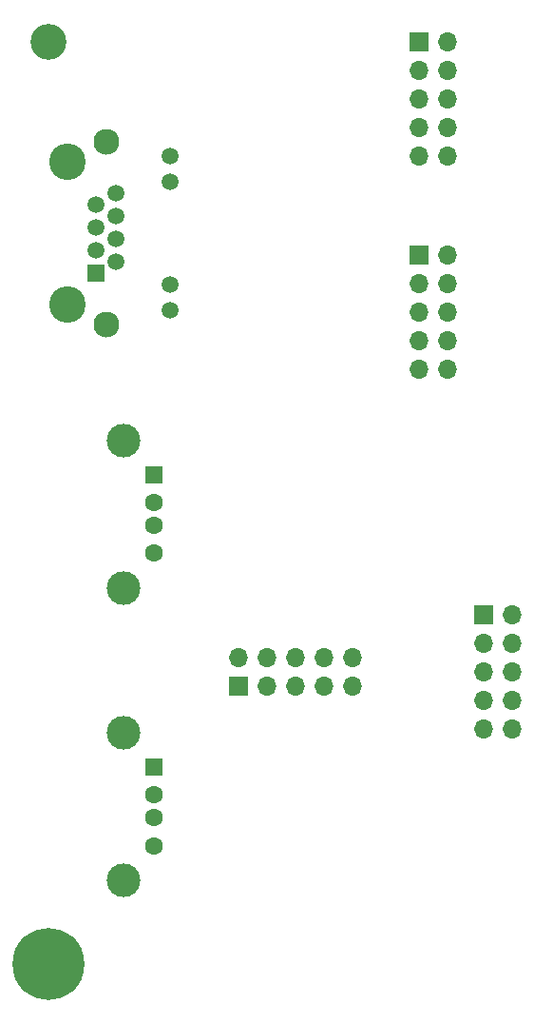
<source format=gbr>
G04 #@! TF.GenerationSoftware,KiCad,Pcbnew,6.0.5+dfsg-1~bpo11+1*
G04 #@! TF.CreationDate,2023-01-21T12:00:25+00:00*
G04 #@! TF.ProjectId,nascontrol-remote,6e617363-6f6e-4747-926f-6c2d72656d6f,rev?*
G04 #@! TF.SameCoordinates,Original*
G04 #@! TF.FileFunction,Soldermask,Bot*
G04 #@! TF.FilePolarity,Negative*
%FSLAX46Y46*%
G04 Gerber Fmt 4.6, Leading zero omitted, Abs format (unit mm)*
G04 Created by KiCad (PCBNEW 6.0.5+dfsg-1~bpo11+1) date 2023-01-21 12:00:25*
%MOMM*%
%LPD*%
G01*
G04 APERTURE LIST*
%ADD10C,6.400000*%
%ADD11R,1.500000X1.600000*%
%ADD12C,1.600000*%
%ADD13C,3.000000*%
%ADD14C,3.250000*%
%ADD15R,1.500000X1.500000*%
%ADD16C,1.500000*%
%ADD17C,2.300000*%
%ADD18R,1.700000X1.700000*%
%ADD19O,1.700000X1.700000*%
%ADD20C,3.200000*%
G04 APERTURE END LIST*
D10*
X104000000Y-146000000D03*
D11*
X113360000Y-128500000D03*
D12*
X113360000Y-131000000D03*
X113360000Y-133000000D03*
X113360000Y-135500000D03*
D13*
X110650000Y-125430000D03*
X110650000Y-138570000D03*
D14*
X105685000Y-87350000D03*
X105685000Y-74650000D03*
D15*
X108225000Y-84560000D03*
D16*
X110005000Y-83544000D03*
X108225000Y-82528000D03*
X110005000Y-81512000D03*
X108225000Y-80496000D03*
X110005000Y-79480000D03*
X108225000Y-78464000D03*
X110005000Y-77448000D03*
X114825000Y-87860000D03*
X114825000Y-85570000D03*
X114825000Y-76430000D03*
X114825000Y-74140000D03*
D17*
X109115000Y-89130000D03*
X109115000Y-72870000D03*
D18*
X142725000Y-114925000D03*
D19*
X145265000Y-114925000D03*
X142725000Y-117465000D03*
X145265000Y-117465000D03*
X142725000Y-120005000D03*
X145265000Y-120005000D03*
X142725000Y-122545000D03*
X145265000Y-122545000D03*
X142725000Y-125085000D03*
X145265000Y-125085000D03*
D18*
X137000000Y-64000000D03*
D19*
X139540000Y-64000000D03*
X137000000Y-66540000D03*
X139540000Y-66540000D03*
X137000000Y-69080000D03*
X139540000Y-69080000D03*
X137000000Y-71620000D03*
X139540000Y-71620000D03*
X137000000Y-74160000D03*
X139540000Y-74160000D03*
D18*
X120925000Y-121275000D03*
D19*
X120925000Y-118735000D03*
X123465000Y-121275000D03*
X123465000Y-118735000D03*
X126005000Y-121275000D03*
X126005000Y-118735000D03*
X128545000Y-121275000D03*
X128545000Y-118735000D03*
X131085000Y-121275000D03*
X131085000Y-118735000D03*
D18*
X137000000Y-83000000D03*
D19*
X139540000Y-83000000D03*
X137000000Y-85540000D03*
X139540000Y-85540000D03*
X137000000Y-88080000D03*
X139540000Y-88080000D03*
X137000000Y-90620000D03*
X139540000Y-90620000D03*
X137000000Y-93160000D03*
X139540000Y-93160000D03*
D20*
X104000000Y-64000000D03*
D11*
X113360000Y-102500000D03*
D12*
X113360000Y-105000000D03*
X113360000Y-107000000D03*
X113360000Y-109500000D03*
D13*
X110650000Y-99430000D03*
X110650000Y-112570000D03*
M02*

</source>
